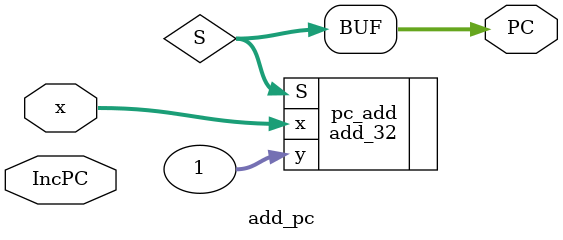
<source format=v>
module add_pc(
	input [31:0] x,
	input IncPC,
	output reg [31:0] PC
);

wire [31:0] S;

always @(IncPC) begin
	PC <= S;
end

add_32 pc_add(
		.x(x), .y(32'd1),.S(S)
);

endmodule

</source>
